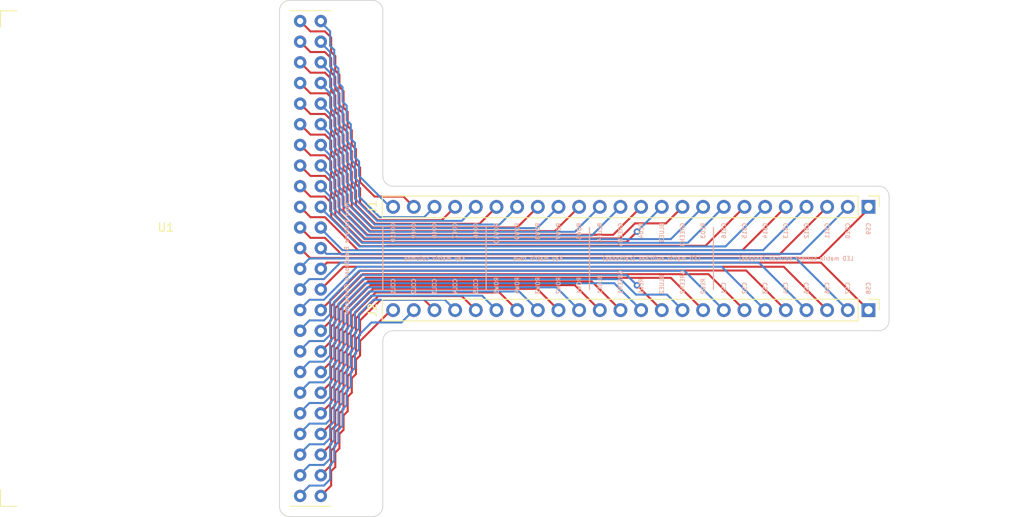
<source format=kicad_pcb>
(kicad_pcb (version 20211014) (generator pcbnew)
  (layers (0 "F.Cu" signal) (31 "B.Cu" signal) (34 "B.Paste" user) (35 "F.Paste" user) (36 "B.SilkS" user "B.Silkscreen") (37 "F.SilkS" user "F.Silkscreen") (38 "B.Mask" user) (39 "F.Mask" user) (44 "Edge.Cuts" user))
  (net 0 "")
  (net 1 "/KEY_COL6")
  (net 2 "/KEY_COL7")
  (net 3 "/KEY_COL8")
  (net 4 "/KEY_COL9")
  (net 5 "/KEY_COL10")
  (net 6 "/KEY_ROW10")
  (net 7 "/KEY_ROW9")
  (net 8 "/KEY_ROW8")
  (net 9 "/KEY_ROW7")
  (net 10 "/KEY_ROW6")
  (net 11 "/LED_SW_BLUE4")
  (net 12 "/LED_SW_GREEN4")
  (net 13 "/LED_SW_RED4")
  (net 14 "/LED_SW_BLUE3")
  (net 15 "/LED_SW_GREEN3")
  (net 16 "/LED_SW_RED3")
  (net 17 "/LED_CS16")
  (net 18 "/LED_CS15")
  (net 19 "/LED_CS14")
  (net 20 "/LED_CS13")
  (net 21 "/LED_CS12")
  (net 22 "/LED_CS11")
  (net 23 "/LED_CS10")
  (net 24 "/LED_CS9")
  (net 25 "/KEY_COL1")
  (net 26 "/KEY_COL2")
  (net 27 "/KEY_COL3")
  (net 28 "/KEY_COL4")
  (net 29 "/KEY_COL5")
  (net 30 "/KEY_ROW5")
  (net 31 "/KEY_ROW4")
  (net 32 "/KEY_ROW3")
  (net 33 "/KEY_ROW2")
  (net 34 "/KEY_ROW1")
  (net 35 "/LED_SW_BLUE1")
  (net 36 "/LED_SW_GREEN1")
  (net 37 "/LED_SW_RED1")
  (net 38 "/LED_SW_BLUE2")
  (net 39 "/LED_SW_GREEN2")
  (net 40 "/LED_SW_RED2")
  (net 41 "/LED_CS2")
  (net 42 "/LED_CS1")
  (net 43 "/LED_CS4")
  (net 44 "/LED_CS3")
  (net 45 "/LED_CS6")
  (net 46 "/LED_CS5")
  (net 47 "/LED_CS8")
  (net 48 "/LED_CS7")
  (footprint "Connector_PinHeader_2.54mm:PinHeader_1x24_P2.54mm_Vertical" (layer "F.Cu") (at 242.57 107.95 -90)
    (fp_text reference "J2")
    (fp_text value "Conn_01x24_Male")
  )
  (footprint "Nour_KB:Nour_Core" (layer "F.Cu") (at 156.21 99.06)
    (fp_text reference "U1")
    (fp_text value "Nour_Core")
  )
  (footprint "Connector_PinHeader_2.54mm:PinHeader_1x24_P2.54mm_Vertical" (layer "F.Cu") (at 242.57 95.25 -90)
    (fp_text reference "J1")
    (fp_text value "Conn_01x24_Male")
  )
  (gr_line (start 195.58 97.79) (end 195.58 105.41) (layer "B.SilkS") (width 0.15))
  (gr_line (start 208.28 97.79) (end 208.28 105.41) (layer "B.SilkS") (width 0.15))
  (gr_line (start 223.52 97.79) (end 223.52 105.41) (layer "B.SilkS") (width 0.15))
  (gr_line (start 182.88 97.79) (end 182.88 105.41) (layer "B.SilkS") (width 0.15))
  (gr_line (start 182.88 71.12) (end 182.88 91.44) (layer "Edge.Cuts") (width 0.1))
  (gr_arc (start 181.61 69.85) (mid 182.508026 70.221974) (end 182.88 71.12) (layer "Edge.Cuts") (width 0.1))
  (gr_line (start 184.15 92.71) (end 243.84 92.71) (layer "Edge.Cuts") (width 0.1))
  (gr_arc (start 243.84 92.71) (mid 244.738026 93.081974) (end 245.11 93.98) (layer "Edge.Cuts") (width 0.1))
  (gr_arc (start 170.18 71.12) (mid 170.551974 70.221974) (end 171.45 69.85) (layer "Edge.Cuts") (width 0.1))
  (gr_line (start 243.84 110.49) (end 184.15 110.49) (layer "Edge.Cuts") (width 0.1))
  (gr_line (start 182.88 111.76) (end 182.88 132.08) (layer "Edge.Cuts") (width 0.1))
  (gr_line (start 171.45 69.85) (end 181.61 69.85) (layer "Edge.Cuts") (width 0.1))
  (gr_arc (start 171.45 133.35) (mid 170.551974 132.978026) (end 170.18 132.08) (layer "Edge.Cuts") (width 0.1))
  (gr_arc (start 245.11 109.22) (mid 244.738026 110.118026) (end 243.84 110.49) (layer "Edge.Cuts") (width 0.1))
  (gr_line (start 170.18 132.08) (end 170.18 71.12) (layer "Edge.Cuts") (width 0.1))
  (gr_line (start 245.11 93.98) (end 245.11 109.22) (layer "Edge.Cuts") (width 0.1))
  (gr_arc (start 184.15 92.71) (mid 183.251974 92.338026) (end 182.88 91.44) (layer "Edge.Cuts") (width 0.1))
  (gr_arc (start 182.88 111.76) (mid 183.251974 110.861974) (end 184.15 110.49) (layer "Edge.Cuts") (width 0.1))
  (gr_arc (start 182.88 132.08) (mid 182.508026 132.978026) (end 181.61 133.35) (layer "Edge.Cuts") (width 0.1))
  (gr_line (start 181.61 133.35) (end 171.45 133.35) (layer "Edge.Cuts") (width 0.1))
  (gr_text "CS16" (at 224.79 97.155 90) (layer "B.SilkS") (effects (font (size 0.5 0.5) (thickness 0.1)) (justify left mirror)))
  (gr_text "ROW1" (at 207.01 106.045 90) (layer "B.SilkS") (effects (font (size 0.5 0.5) (thickness 0.1)) (justify right mirror)))
  (gr_text "RED3" (at 222.25 97.155 90) (layer "B.SilkS") (effects (font (size 0.5 0.5) (thickness 0.1)) (justify left mirror)))
  (gr_text "Nour Valkyrie Breadboard Connector" (at 178.435 101.6 90) (layer "B.SilkS") (effects (font (size 0.5 0.5) (thickness 0.1)) (justify mirror)))
  (gr_text "ROW3" (at 201.93 106.045 90) (layer "B.SilkS") (effects (font (size 0.5 0.5) (thickness 0.1)) (justify right mirror)))
  (gr_text "COL3" (at 189.23 106.045 90) (layer "B.SilkS") (effects (font (size 0.5 0.5) (thickness 0.1)) (justify right mirror)))
  (gr_text "CS12" (at 234.95 97.155 90) (layer "B.SilkS") (effects (font (size 0.5 0.5) (thickness 0.1)) (justify left mirror)))
  (gr_text "GREEN3" (at 219.71 97.155 90) (layer "B.SilkS") (effects (font (size 0.5 0.5) (thickness 0.1)) (justify left mirror)))
  (gr_text "COL9" (at 186.69 97.155 90) (layer "B.SilkS") (effects (font (size 0.5 0.5) (thickness 0.1)) (justify left mirror)))
  (gr_text "CS7" (at 240.03 106.045 90) (layer "B.SilkS") (effects (font (size 0.5 0.5) (thickness 0.1)) (justify right mirror)))
  (gr_text "RED4" (at 214.63 97.155 90) (layer "B.SilkS") (effects (font (size 0.5 0.5) (thickness 0.1)) (justify left mirror)))
  (gr_text "CS4" (at 232.41 106.045 90) (layer "B.SilkS") (effects (font (size 0.5 0.5) (thickness 0.1)) (justify right mirror)))
  (gr_text "BLUE4" (at 209.55 97.155 90) (layer "B.SilkS") (effects (font (size 0.5 0.5) (thickness 0.1)) (justify left mirror)))
  (gr_text "COL10" (at 184.15 97.155 90) (layer "B.SilkS") (effects (font (size 0.5 0.5) (thickness 0.1)) (justify left mirror)))
  (gr_text "CS15" (at 227.33 97.155 90) (layer "B.SilkS") (effects (font (size 0.5 0.5) (thickness 0.1)) (justify left mirror)))
  (gr_text "Key matrix rows" (at 201.93 101.6) (layer "B.SilkS") (effects (font (size 0.5 0.5) (thickness 0.1)) (justify mirror)))
  (gr_text "Key matrix columns" (at 189.23 101.6) (layer "B.SilkS") (effects (font (size 0.5 0.5) (thickness 0.1)) (justify mirror)))
  (gr_text "CS13" (at 232.41 97.155 90) (layer "B.SilkS") (effects (font (size 0.5 0.5) (thickness 0.1)) (justify left mirror)))
  (gr_text "ROW7" (at 204.47 97.155 90) (layer "B.SilkS") (effects (font (size 0.5 0.5) (thickness 0.1)) (justify left mirror)))
  (gr_text "LED matrix switches (cathodes)" (at 215.9 101.6) (layer "B.SilkS") (effects (font (size 0.5 0.5) (thickness 0.1)) (justify mirror)))
  (gr_text "COL7" (at 191.749336 97.148379 90) (layer "B.SilkS") (effects (font (size 0.5 0.5) (thickness 0.1)) (justify left mirror)))
  (gr_text "CS3" (at 229.87 106.045 90) (layer "B.SilkS") (effects (font (size 0.5 0.5) (thickness 0.1)) (justify right mirror)))
  (gr_text "ROW10" (at 196.85 97.155 90) (layer "B.SilkS") (effects (font (size 0.5 0.5) (thickness 0.1)) (justify left mirror)))
  (gr_text "COL6" (at 194.31 97.155 90) (layer "B.SilkS") (effects (font (size 0.5 0.5) (thickness 0.1)) (justify left mirror)))
  (gr_text "ROW9" (at 199.39 97.155 90) (layer "B.SilkS") (effects (font (size 0.5 0.5) (thickness 0.1)) (justify left mirror)))
  (gr_text "BLUE1" (at 209.55 106.045 90) (layer "B.SilkS") (effects (font (size 0.5 0.5) (thickness 0.1)) (justify right mirror)))
  (gr_text "ROW4" (at 199.39 106.045 90) (layer "B.SilkS") (effects (font (size 0.5 0.5) (thickness 0.1)) (justify right mirror)))
  (gr_text "BLUE3" (at 217.17 97.155 90) (layer "B.SilkS") (effects (font (size 0.5 0.5) (thickness 0.1)) (justify left mirror)))
  (gr_text "COL2" (at 186.69 106.045 90) (layer "B.SilkS") (effects (font (size 0.5 0.5) (thickness 0.1)) (justify right mirror)))
  (gr_text "BLUE2" (at 217.17 106.045 90) (layer "B.SilkS") (effects (font (size 0.5 0.5) (thickness 0.1)) (justify right mirror)))
  (gr_text "CS8" (at 242.57 106.045 90) (layer "B.SilkS") (effects (font (size 0.5 0.5) (thickness 0.1)) (justify right mirror)))
  (gr_text "COL1" (at 184.15 106.045 90) (layer "B.SilkS") (effects (font (size 0.5 0.5) (thickness 0.1)) (justify right mirror)))
  (gr_text "CS2" (at 227.33 106.045 90) (layer "B.SilkS") (effects (font (size 0.5 0.5) (thickness 0.1)) (justify right mirror)))
  (gr_text "RED2" (at 222.25 106.045 90) (layer "B.SilkS") (effects (font (size 0.5 0.5) (thickness 0.1)) (justify right mirror)))
  (gr_text "CS5" (at 234.95 106.045 90) (layer "B.SilkS") (effects (font (size 0.5 0.5) (thickness 0.1)) (justify right mirror)))
  (gr_text "CS6" (at 237.49 106.045 90) (layer "B.SilkS") (effects (font (size 0.5 0.5) (thickness 0.1)) (justify right mirror)))
  (gr_text "RED1" (at 214.63 106.045 90) (layer "B.SilkS") (effects (font (size 0.5 0.5) (thickness 0.1)) (justify right mirror)))
  (gr_text "COL5" (at 194.31 106.045 90) (layer "B.SilkS") (effects (font (size 0.5 0.5) (thickness 0.1)) (justify right mirror)))
  (gr_text "ROW6" (at 207.01 97.155 90) (layer "B.SilkS") (effects (font (size 0.5 0.5) (thickness 0.1)) (justify left mirror)))
  (gr_text "CS9" (at 242.57 97.155 90) (layer "B.SilkS") (effects (font (size 0.5 0.5) (thickness 0.1)) (justify left mirror)))
  (gr_text "CS1" (at 224.79 106.045 90) (layer "B.SilkS") (effects (font (size 0.5 0.5) (thickness 0.1)) (justify right mirror)))
  (gr_text "ROW2" (at 204.47 106.045 90) (layer "B.SilkS") (effects (font (size 0.5 0.5) (thickness 0.1)) (justify right mirror)))
  (gr_text "COL4" (at 191.77 106.045 90) (layer "B.SilkS") (effects (font (size 0.5 0.5) (thickness 0.1)) (justify right mirror)))
  (gr_text "GREEN1" (at 212.09 106.045 90) (layer "B.SilkS") (effects (font (size 0.5 0.5) (thickness 0.1)) (justify right mirror)))
  (gr_text "GREEN2" (at 219.71 106.045 90) (layer "B.SilkS") (effects (font (size 0.5 0.5) (thickness 0.1)) (justify right mirror)))
  (gr_text "LED matrix current sources (anodes)" (at 233.68 101.6) (layer "B.SilkS") (effects (font (size 0.5 0.5) (thickness 0.1)) (justify mirror)))
  (gr_text "ROW5" (at 196.85 106.045 90) (layer "B.SilkS") (effects (font (size 0.5 0.5) (thickness 0.1)) (justify right mirror)))
  (gr_text "CS14" (at 229.87 97.155 90) (layer "B.SilkS") (effects (font (size 0.5 0.5) (thickness 0.1)) (justify left mirror)))
  (gr_text "ROW8" (at 201.93 97.155 90) (layer "B.SilkS") (effects (font (size 0.5 0.5) (thickness 0.1)) (justify left mirror)))
  (gr_text "CS10" (at 240.03 97.155 90) (layer "B.SilkS") (effects (font (size 0.5 0.5) (thickness 0.1)) (justify left mirror)))
  (gr_text "CS11" (at 237.49 97.155 90) (layer "B.SilkS") (effects (font (size 0.5 0.5) (thickness 0.1)) (justify left mirror)))
  (gr_text "GREEN4" (at 212.09 97.155 90) (layer "B.SilkS") (effects (font (size 0.5 0.5) (thickness 0.1)) (justify left mirror)))
  (gr_text "COL8" (at 189.23 97.155 90) (layer "B.SilkS") (effects (font (size 0.5 0.5) (thickness 0.1)) (justify left mirror)))
  (segment (start 179.451 94.234) (end 182.187 96.97) (width 0.25) (layer "B.Cu") (net 1))
  (segment (start 176.911 82.804) (end 177.419 83.312) (width 0.25) (layer "B.Cu") (net 1))
  (segment (start 178.943 90.17) (end 178.943 91.948) (width 0.25) (layer "B.Cu") (net 1))
  (segment (start 178.943 91.948) (end 179.451 92.456) (width 0.25) (layer "B.Cu") (net 1))
  (segment (start 177.419 85.09) (end 177.927 85.598) (width 0.25) (layer "B.Cu") (net 1))
  (segment (start 177.927 85.598) (end 177.927 87.376) (width 0.25) (layer "B.Cu") (net 1))
  (segment (start 177.419 83.312) (end 177.419 85.09) (width 0.25) (layer "B.Cu") (net 1))
  (segment (start 176.911 81.026) (end 176.911 82.804) (width 0.25) (layer "B.Cu") (net 1))
  (segment (start 177.927 87.376) (end 178.435 87.884) (width 0.25) (layer "B.Cu") (net 1))
  (segment (start 192.59 96.97) (end 194.31 95.25) (width 0.25) (layer "B.Cu") (net 1))
  (segment (start 179.451 92.456) (end 179.451 94.234) (width 0.25) (layer "B.Cu") (net 1))
  (segment (start 178.435 89.662) (end 178.943 90.17) (width 0.25) (layer "B.Cu") (net 1))
  (segment (start 176.403 80.518) (end 176.911 81.026) (width 0.25) (layer "B.Cu") (net 1))
  (segment (start 175.133 77.47) (end 176.403 78.74) (width 0.25) (layer "B.Cu") (net 1))
  (segment (start 176.403 78.74) (end 176.403 80.518) (width 0.25) (layer "B.Cu") (net 1))
  (segment (start 182.187 96.97) (end 192.59 96.97) (width 0.25) (layer "B.Cu") (net 1))
  (segment (start 178.435 87.884) (end 178.435 89.662) (width 0.25) (layer "B.Cu") (net 1))
  (segment (start 178.562 86.106) (end 178.562 87.884) (width 0.25) (layer "F.Cu") (net 2))
  (segment (start 178.054 85.598) (end 178.562 86.106) (width 0.25) (layer "F.Cu") (net 2))
  (segment (start 177.546 81.28) (end 177.546 83.312) (width 0.25) (layer "F.Cu") (net 2))
  (segment (start 178.562 87.884) (end 179.07 88.392) (width 0.25) (layer "F.Cu") (net 2))
  (segment (start 179.07 88.392) (end 179.07 90.17) (width 0.25) (layer "F.Cu") (net 2))
  (segment (start 176.53 76.962) (end 176.53 78.74) (width 0.25) (layer "F.Cu") (net 2))
  (segment (start 177.038 80.772) (end 177.546 81.28) (width 0.25) (layer "F.Cu") (net 2))
  (segment (start 179.578 90.678) (end 179.578 92.456) (width 0.25) (layer "F.Cu") (net 2))
  (segment (start 173.99 76.2) (end 175.768 76.2) (width 0.25) (layer "F.Cu") (net 2))
  (segment (start 180.086 92.964) (end 180.086 94.742) (width 0.25) (layer "F.Cu") (net 2))
  (segment (start 182.230443 96.886443) (end 190.133557 96.886443) (width 0.25) (layer "F.Cu") (net 2))
  (segment (start 177.038 79.248) (end 177.038 80.772) (width 0.25) (layer "F.Cu") (net 2))
  (segment (start 178.054 83.82) (end 178.054 85.598) (width 0.25) (layer "F.Cu") (net 2))
  (segment (start 179.578 92.456) (end 180.086 92.964) (width 0.25) (layer "F.Cu") (net 2))
  (segment (start 190.133557 96.886443) (end 191.77 95.25) (width 0.25) (layer "F.Cu") (net 2))
  (segment (start 175.768 76.2) (end 176.53 76.962) (width 0.25) (layer "F.Cu") (net 2))
  (segment (start 177.546 83.312) (end 178.054 83.82) (width 0.25) (layer "F.Cu") (net 2))
  (segment (start 180.086 94.742) (end 182.230443 96.886443) (width 0.25) (layer "F.Cu") (net 2))
  (segment (start 172.72 74.93) (end 173.99 76.2) (width 0.25) (layer "F.Cu") (net 2))
  (segment (start 176.53 78.74) (end 177.038 79.248) (width 0.25) (layer "F.Cu") (net 2))
  (segment (start 179.07 90.17) (end 179.578 90.678) (width 0.25) (layer "F.Cu") (net 2))
  (segment (start 176.403 76.2) (end 176.403 77.978) (width 0.25) (layer "B.Cu") (net 3))
  (segment (start 176.911 80.264) (end 177.419 80.772) (width 0.25) (layer "B.Cu") (net 3))
  (segment (start 178.943 89.408) (end 179.451 89.916) (width 0.25) (layer "B.Cu") (net 3))
  (segment (start 182.499 96.52) (end 187.96 96.52) (width 0.25) (layer "B.Cu") (net 3))
  (segment (start 179.959 92.202) (end 179.959 93.98) (width 0.25) (layer "B.Cu") (net 3))
  (segment (start 187.96 96.52) (end 189.23 95.25) (width 0.25) (layer "B.Cu") (net 3))
  (segment (start 178.435 85.344) (end 178.435 87.122) (width 0.25) (layer "B.Cu") (net 3))
  (segment (start 178.435 87.122) (end 178.943 87.63) (width 0.25) (layer "B.Cu") (net 3))
  (segment (start 176.911 78.486) (end 176.911 80.264) (width 0.25) (layer "B.Cu") (net 3))
  (segment (start 179.959 93.98) (end 182.499 96.52) (width 0.25) (layer "B.Cu") (net 3))
  (segment (start 176.403 77.978) (end 176.911 78.486) (width 0.25) (layer "B.Cu") (net 3))
  (segment (start 177.927 83.058) (end 177.927 84.836) (width 0.25) (layer "B.Cu") (net 3))
  (segment (start 177.419 80.772) (end 177.419 82.55) (width 0.25) (layer "B.Cu") (net 3))
  (segment (start 177.927 84.836) (end 178.435 85.344) (width 0.25) (layer "B.Cu") (net 3))
  (segment (start 177.419 82.55) (end 177.927 83.058) (width 0.25) (layer "B.Cu") (net 3))
  (segment (start 175.133 74.93) (end 176.403 76.2) (width 0.25) (layer "B.Cu") (net 3))
  (segment (start 179.451 91.694) (end 179.959 92.202) (width 0.25) (layer "B.Cu") (net 3))
  (segment (start 178.943 87.63) (end 178.943 89.408) (width 0.25) (layer "B.Cu") (net 3))
  (segment (start 179.451 89.916) (end 179.451 91.694) (width 0.25) (layer "B.Cu") (net 3))
  (segment (start 180.086 90.424) (end 179.578 89.916) (width 0.25) (layer "F.Cu") (net 4))
  (segment (start 177.546 78.994) (end 177.038 78.486) (width 0.25) (layer "F.Cu") (net 4))
  (segment (start 176.53 76.2) (end 176.53 74.422) (width 0.25) (layer "F.Cu") (net 4))
  (segment (start 176.53 74.422) (end 175.768 73.66) (width 0.25) (layer "F.Cu") (net 4))
  (segment (start 177.546 80.518) (end 177.546 78.994) (width 0.25) (layer "F.Cu") (net 4))
  (segment (start 173.99 73.66) (end 172.72 72.39) (width 0.25) (layer "F.Cu") (net 4))
  (segment (start 175.768 73.66) (end 173.99 73.66) (width 0.25) (layer "F.Cu") (net 4))
  (segment (start 185.42 93.98) (end 181.864 93.98) (width 0.25) (layer "F.Cu") (net 4))
  (segment (start 179.578 89.916) (end 179.578 88.138) (width 0.25) (layer "F.Cu") (net 4))
  (segment (start 178.562 85.344) (end 178.562 83.566) (width 0.25) (layer "F.Cu") (net 4))
  (segment (start 179.07 85.852) (end 178.562 85.344) (width 0.25) (layer "F.Cu") (net 4))
  (segment (start 179.578 88.138) (end 179.07 87.63) (width 0.25) (layer "F.Cu") (net 4))
  (segment (start 178.054 83.058) (end 178.054 81.026) (width 0.25) (layer "F.Cu") (net 4))
  (segment (start 178.562 83.566) (end 178.054 83.058) (width 0.25) (layer "F.Cu") (net 4))
  (segment (start 177.038 78.486) (end 177.038 76.708) (width 0.25) (layer "F.Cu") (net 4))
  (segment (start 177.038 76.708) (end 176.53 76.2) (width 0.25) (layer "F.Cu") (net 4))
  (segment (start 186.69 95.25) (end 185.42 93.98) (width 0.25) (layer "F.Cu") (net 4))
  (segment (start 179.07 87.63) (end 179.07 85.852) (width 0.25) (layer "F.Cu") (net 4))
  (segment (start 180.086 92.202) (end 180.086 90.424) (width 0.25) (layer "F.Cu") (net 4))
  (segment (start 178.054 81.026) (end 177.546 80.518) (width 0.25) (layer "F.Cu") (net 4))
  (segment (start 181.864 93.98) (end 180.086 92.202) (width 0.25) (layer "F.Cu") (net 4))
  (segment (start 177.419 78.232) (end 177.419 80.01) (width 0.25) (layer "B.Cu") (net 5))
  (segment (start 179.451 89.154) (end 179.959 89.662) (width 0.25) (layer "B.Cu") (net 5))
  (segment (start 178.943 86.868) (end 179.451 87.376) (width 0.25) (layer "B.Cu") (net 5))
  (segment (start 177.927 82.296) (end 178.435 82.804) (width 0.25) (layer "B.Cu") (net 5))
  (segment (start 183.769 95.25) (end 184.15 95.25) (width 0.25) (layer "B.Cu") (net 5))
  (segment (start 178.943 85.09) (end 178.943 86.868) (width 0.25) (layer "B.Cu") (net 5))
  (segment (start 179.451 87.376) (end 179.451 89.154) (width 0.25) (layer "B.Cu") (net 5))
  (segment (start 179.959 91.44) (end 183.769 95.25) (width 0.25) (layer "B.Cu") (net 5))
  (segment (start 176.403 75.438) (end 176.911 75.946) (width 0.25) (layer "B.Cu") (net 5))
  (segment (start 178.435 82.804) (end 178.435 84.582) (width 0.25) (layer "B.Cu") (net 5))
  (segment (start 178.435 84.582) (end 178.943 85.09) (width 0.25) (layer "B.Cu") (net 5))
  (segment (start 176.911 77.724) (end 177.419 78.232) (width 0.25) (layer "B.Cu") (net 5))
  (segment (start 177.927 80.518) (end 177.927 82.296) (width 0.25) (layer "B.Cu") (net 5))
  (segment (start 175.133 72.39) (end 176.403 73.66) (width 0.25) (layer "B.Cu") (net 5))
  (segment (start 176.403 73.66) (end 176.403 75.438) (width 0.25) (layer "B.Cu") (net 5))
  (segment (start 176.911 75.946) (end 176.911 77.724) (width 0.25) (layer "B.Cu") (net 5))
  (segment (start 177.419 80.01) (end 177.927 80.518) (width 0.25) (layer "B.Cu") (net 5))
  (segment (start 179.959 89.662) (end 179.959 91.44) (width 0.25) (layer "B.Cu") (net 5))
  (segment (start 175.768 78.74) (end 176.53 79.502) (width 0.25) (layer "F.Cu") (net 6))
  (segment (start 177.038 81.534) (end 177.038 83.566) (width 0.25) (layer "F.Cu") (net 6))
  (segment (start 177.546 85.852) (end 178.054 86.36) (width 0.25) (layer "F.Cu") (net 6))
  (segment (start 177.038 83.566) (end 177.546 84.074) (width 0.25) (layer "F.Cu") (net 6))
  (segment (start 178.562 90.424) (end 179.07 90.932) (width 0.25) (layer "F.Cu") (net 6))
  (segment (start 177.546 84.074) (end 177.546 85.852) (width 0.25) (layer "F.Cu") (net 6))
  (segment (start 178.054 86.36) (end 178.054 88.138) (width 0.25) (layer "F.Cu") (net 6))
  (segment (start 176.53 81.026) (end 177.038 81.534) (width 0.25) (layer "F.Cu") (net 6))
  (segment (start 181.918443 97.336443) (end 194.763557 97.336443) (width 0.25) (layer "F.Cu") (net 6))
  (segment (start 194.763557 97.336443) (end 196.85 95.25) (width 0.25) (layer "F.Cu") (net 6))
  (segment (start 179.578 93.218) (end 179.578 94.996) (width 0.25) (layer "F.Cu") (net 6))
  (segment (start 179.578 94.996) (end 181.918443 97.336443) (width 0.25) (layer "F.Cu") (net 6))
  (segment (start 178.562 88.646) (end 178.562 90.424) (width 0.25) (layer "F.Cu") (net 6))
  (segment (start 176.53 79.502) (end 176.53 81.026) (width 0.25) (layer "F.Cu") (net 6))
  (segment (start 178.054 88.138) (end 178.562 88.646) (width 0.25) (layer "F.Cu") (net 6))
  (segment (start 173.99 78.74) (end 175.768 78.74) (width 0.25) (layer "F.Cu") (net 6))
  (segment (start 172.72 77.47) (end 173.99 78.74) (width 0.25) (layer "F.Cu") (net 6))
  (segment (start 179.07 90.932) (end 179.07 92.71) (width 0.25) (layer "F.Cu") (net 6))
  (segment (start 179.07 92.71) (end 179.578 93.218) (width 0.25) (layer "F.Cu") (net 6))
  (segment (start 176.403 81.28) (end 176.403 83.058) (width 0.25) (layer "B.Cu") (net 7))
  (segment (start 177.419 85.852) (end 177.419 87.63) (width 0.25) (layer "B.Cu") (net 7))
  (segment (start 175.133 80.01) (end 176.403 81.28) (width 0.25) (layer "B.Cu") (net 7))
  (segment (start 177.927 88.138) (end 177.927 89.916) (width 0.25) (layer "B.Cu") (net 7))
  (segment (start 178.943 92.71) (end 178.943 94.488) (width 0.25) (layer "B.Cu") (net 7))
  (segment (start 178.435 90.424) (end 178.435 92.202) (width 0.25) (layer "B.Cu") (net 7))
  (segment (start 177.927 89.916) (end 178.435 90.424) (width 0.25) (layer "B.Cu") (net 7))
  (segment (start 176.911 83.566) (end 176.911 85.344) (width 0.25) (layer "B.Cu") (net 7))
  (segment (start 197.22 97.42) (end 199.39 95.25) (width 0.25) (layer "B.Cu") (net 7))
  (segment (start 178.435 92.202) (end 178.943 92.71) (width 0.25) (layer "B.Cu") (net 7))
  (segment (start 178.943 94.488) (end 181.875 97.42) (width 0.25) (layer "B.Cu") (net 7))
  (segment (start 181.875 97.42) (end 197.22 97.42) (width 0.25) (layer "B.Cu") (net 7))
  (segment (start 177.419 87.63) (end 177.927 88.138) (width 0.25) (layer "B.Cu") (net 7))
  (segment (start 176.403 83.058) (end 176.911 83.566) (width 0.25) (layer "B.Cu") (net 7))
  (segment (start 176.911 85.344) (end 177.419 85.852) (width 0.25) (layer "B.Cu") (net 7))
  (segment (start 176.53 81.788) (end 176.53 83.82) (width 0.25) (layer "F.Cu") (net 8))
  (segment (start 179.07 93.472) (end 179.07 95.25) (width 0.25) (layer "F.Cu") (net 8))
  (segment (start 178.562 92.964) (end 179.07 93.472) (width 0.25) (layer "F.Cu") (net 8))
  (segment (start 172.72 80.01) (end 173.99 81.28) (width 0.25) (layer "F.Cu") (net 8))
  (segment (start 177.546 86.614) (end 177.546 88.392) (width 0.25) (layer "F.Cu") (net 8))
  (segment (start 176.022 81.28) (end 176.53 81.788) (width 0.25) (layer "F.Cu") (net 8))
  (segment (start 178.562 91.186) (end 178.562 92.964) (width 0.25) (layer "F.Cu") (net 8))
  (segment (start 178.054 88.9) (end 178.054 90.678) (width 0.25) (layer "F.Cu") (net 8))
  (segment (start 181.606443 97.786443) (end 199.393557 97.786443) (width 0.25) (layer "F.Cu") (net 8))
  (segment (start 177.546 88.392) (end 178.054 88.9) (width 0.25) (layer "F.Cu") (net 8))
  (segment (start 179.07 95.25) (end 181.606443 97.786443) (width 0.25) (layer "F.Cu") (net 8))
  (segment (start 173.99 81.28) (end 176.022 81.28) (width 0.25) (layer "F.Cu") (net 8))
  (segment (start 176.53 83.82) (end 177.038 84.328) (width 0.25) (layer "F.Cu") (net 8))
  (segment (start 177.038 84.328) (end 177.038 86.106) (width 0.25) (layer "F.Cu") (net 8))
  (segment (start 177.038 86.106) (end 177.546 86.614) (width 0.25) (layer "F.Cu") (net 8))
  (segment (start 199.393557 97.786443) (end 201.93 95.25) (width 0.25) (layer "F.Cu") (net 8))
  (segment (start 178.054 90.678) (end 178.562 91.186) (width 0.25) (layer "F.Cu") (net 8))
  (segment (start 178.435 94.742) (end 181.563 97.87) (width 0.25) (layer "B.Cu") (net 9))
  (segment (start 177.927 92.456) (end 178.435 92.964) (width 0.25) (layer "B.Cu") (net 9))
  (segment (start 176.911 87.884) (end 177.419 88.392) (width 0.25) (layer "B.Cu") (net 9))
  (segment (start 181.563 97.87) (end 201.85 97.87) (width 0.25) (layer "B.Cu") (net 9))
  (segment (start 177.419 88.392) (end 177.419 90.17) (width 0.25) (layer "B.Cu") (net 9))
  (segment (start 176.403 85.598) (end 176.911 86.106) (width 0.25) (layer "B.Cu") (net 9))
  (segment (start 175.133 82.55) (end 176.403 83.82) (width 0.25) (layer "B.Cu") (net 9))
  (segment (start 201.85 97.87) (end 204.47 95.25) (width 0.25) (layer "B.Cu") (net 9))
  (segment (start 176.911 86.106) (end 176.911 87.884) (width 0.25) (layer "B.Cu") (net 9))
  (segment (start 176.403 83.82) (end 176.403 85.598) (width 0.25) (layer "B.Cu") (net 9))
  (segment (start 177.419 90.17) (end 177.927 90.678) (width 0.25) (layer "B.Cu") (net 9))
  (segment (start 177.927 90.678) (end 177.927 92.456) (width 0.25) (layer "B.Cu") (net 9))
  (segment (start 178.435 92.964) (end 178.435 94.742) (width 0.25) (layer "B.Cu") (net 9))
  (segment (start 177.038 86.868) (end 177.038 88.646) (width 0.25) (layer "F.Cu") (net 10))
  (segment (start 178.054 93.218) (end 178.562 93.726) (width 0.25) (layer "F.Cu") (net 10))
  (segment (start 175.768 83.82) (end 176.53 84.582) (width 0.25) (layer "F.Cu") (net 10))
  (segment (start 173.99 83.82) (end 175.768 83.82) (width 0.25) (layer "F.Cu") (net 10))
  (segment (start 172.72 82.55) (end 173.99 83.82) (width 0.25) (layer "F.Cu") (net 10))
  (segment (start 177.038 88.646) (end 177.546 89.154) (width 0.25) (layer "F.Cu") (net 10))
  (segment (start 177.546 89.154) (end 177.546 90.932) (width 0.25) (layer "F.Cu") (net 10))
  (segment (start 177.546 90.932) (end 178.054 91.44) (width 0.25) (layer "F.Cu") (net 10))
  (segment (start 178.054 91.44) (end 178.054 93.218) (width 0.25) (layer "F.Cu") (net 10))
  (segment (start 181.294443 98.236443) (end 204.023557 98.236443) (width 0.25) (layer "F.Cu") (net 10))
  (segment (start 178.562 93.726) (end 178.562 95.504) (width 0.25) (layer "F.Cu") (net 10))
  (segment (start 176.53 84.582) (end 176.53 86.36) (width 0.25) (layer "F.Cu") (net 10))
  (segment (start 178.562 95.504) (end 181.294443 98.236443) (width 0.25) (layer "F.Cu") (net 10))
  (segment (start 204.023557 98.236443) (end 207.01 95.25) (width 0.25) (layer "F.Cu") (net 10))
  (segment (start 176.53 86.36) (end 177.038 86.868) (width 0.25) (layer "F.Cu") (net 10))
  (segment (start 176.403 86.36) (end 176.403 88.138) (width 0.25) (layer "B.Cu") (net 11))
  (segment (start 206.48 98.32) (end 209.55 95.25) (width 0.25) (layer "B.Cu") (net 11))
  (segment (start 177.927 93.218) (end 177.927 94.996) (width 0.25) (layer "B.Cu") (net 11))
  (segment (start 177.419 92.71) (end 177.927 93.218) (width 0.25) (layer "B.Cu") (net 11))
  (segment (start 176.403 88.138) (end 176.911 88.646) (width 0.25) (layer "B.Cu") (net 11))
  (segment (start 176.911 90.424) (end 177.419 90.932) (width 0.25) (layer "B.Cu") (net 11))
  (segment (start 177.419 90.932) (end 177.419 92.71) (width 0.25) (layer "B.Cu") (net 11))
  (segment (start 181.251 98.32) (end 206.48 98.32) (width 0.25) (layer "B.Cu") (net 11))
  (segment (start 177.927 94.996) (end 181.251 98.32) (width 0.25) (layer "B.Cu") (net 11))
  (segment (start 175.133 85.09) (end 176.403 86.36) (width 0.25) (layer "B.Cu") (net 11))
  (segment (start 176.911 88.646) (end 176.911 90.424) (width 0.25) (layer "B.Cu") (net 11))
  (segment (start 176.911 91.186) (end 176.911 92.964) (width 0.25) (layer "B.Cu") (net 12))
  (segment (start 175.133 87.63) (end 176.403 88.9) (width 0.25) (layer "B.Cu") (net 12))
  (segment (start 177.419 95.25) (end 180.939 98.77) (width 0.25) (layer "B.Cu") (net 12))
  (segment (start 176.403 88.9) (end 176.403 90.678) (width 0.25) (layer "B.Cu") (net 12))
  (segment (start 180.939 98.77) (end 208.57 98.77) (width 0.25) (layer "B.Cu") (net 12))
  (segment (start 177.419 93.472) (end 177.419 95.25) (width 0.25) (layer "B.Cu") (net 12))
  (segment (start 176.911 92.964) (end 177.419 93.472) (width 0.25) (layer "B.Cu") (net 12))
  (segment (start 176.403 90.678) (end 176.911 91.186) (width 0.25) (layer "B.Cu") (net 12))
  (segment (start 208.57 98.77) (end 212.09 95.25) (width 0.25) (layer "B.Cu") (net 12))
  (segment (start 172.72 85.09) (end 173.99 86.36) (width 0.25) (layer "F.Cu") (net 13))
  (segment (start 178.054 93.98) (end 178.054 95.758) (width 0.25) (layer "F.Cu") (net 13))
  (segment (start 176.53 88.9) (end 177.038 89.408) (width 0.25) (layer "F.Cu") (net 13))
  (segment (start 178.054 95.758) (end 180.982443 98.686443) (width 0.25) (layer "F.Cu") (net 13))
  (segment (start 176.53 87.122) (end 176.53 88.9) (width 0.25) (layer "F.Cu") (net 13))
  (segment (start 177.038 89.408) (end 177.038 91.186) (width 0.25) (layer "F.Cu") (net 13))
  (segment (start 173.99 86.36) (end 175.768 86.36) (width 0.25) (layer "F.Cu") (net 13))
  (segment (start 175.768 86.36) (end 176.53 87.122) (width 0.25) (layer "F.Cu") (net 13))
  (segment (start 180.982443 98.686443) (end 211.193557 98.686443) (width 0.25) (layer "F.Cu") (net 13))
  (segment (start 177.546 91.694) (end 177.546 93.472) (width 0.25) (layer "F.Cu") (net 13))
  (segment (start 177.038 91.186) (end 177.546 91.694) (width 0.25) (layer "F.Cu") (net 13))
  (segment (start 211.193557 98.686443) (end 214.63 95.25) (width 0.25) (layer "F.Cu") (net 13))
  (segment (start 177.546 93.472) (end 178.054 93.98) (width 0.25) (layer "F.Cu") (net 13))
  (segment (start 212.833557 99.586443) (end 212.362443 99.586443) (width 0.25) (layer "F.Cu") (net 14))
  (segment (start 176.53 92.202) (end 175.768 91.44) (width 0.25) (layer "F.Cu") (net 14))
  (segment (start 180.358443 99.586443) (end 177.038 96.266) (width 0.25) (layer "F.Cu") (net 14))
  (segment (start 212.362443 99.586443) (end 180.358443 99.586443) (width 0.25) (layer "F.Cu") (net 14))
  (segment (start 173.99 91.44) (end 172.72 90.17) (width 0.25) (layer "F.Cu") (net 14))
  (segment (start 176.53 93.98) (end 176.53 92.202) (width 0.25) (layer "F.Cu") (net 14))
  (segment (start 214.122 98.298) (end 212.833557 99.586443) (width 0.25) (layer "F.Cu") (net 14))
  (segment (start 175.768 91.44) (end 173.99 91.44) (width 0.25) (layer "F.Cu") (net 14))
  (segment (start 177.038 94.488) (end 176.53 93.98) (width 0.25) (layer "F.Cu") (net 14))
  (segment (start 177.038 96.266) (end 177.038 94.488) (width 0.25) (layer "F.Cu") (net 14))
  (via (at 214.122 98.298) (size 0.8) (drill 0.4) (layers "F.Cu" "B.Cu") (net 14))
  (segment (start 217.17 95.25) (end 214.122 98.298) (width 0.25) (layer "B.Cu") (net 14))
  (segment (start 177.038 91.948) (end 177.038 93.726) (width 0.25) (layer "F.Cu") (net 15))
  (segment (start 177.546 94.234) (end 177.546 96.012) (width 0.25) (layer "F.Cu") (net 15))
  (segment (start 176.53 89.662) (end 176.53 91.44) (width 0.25) (layer "F.Cu") (net 15))
  (segment (start 177.038 93.726) (end 177.546 94.234) (width 0.25) (layer "F.Cu") (net 15))
  (segment (start 176.53 91.44) (end 177.038 91.948) (width 0.25) (layer "F.Cu") (net 15))
  (segment (start 180.670443 99.136443) (end 212.013557 99.136443) (width 0.25) (layer "F.Cu") (net 15))
  (segment (start 177.546 96.012) (end 180.670443 99.136443) (width 0.25) (layer "F.Cu") (net 15))
  (segment (start 213.868 97.282) (end 217.678 97.282) (width 0.25) (layer "F.Cu") (net 15))
  (segment (start 175.768 88.9) (end 176.53 89.662) (width 0.25) (layer "F.Cu") (net 15))
  (segment (start 172.72 87.63) (end 173.99 88.9) (width 0.25) (layer "F.Cu") (net 15))
  (segment (start 212.013557 99.136443) (end 213.868 97.282) (width 0.25) (layer "F.Cu") (net 15))
  (segment (start 173.99 88.9) (end 175.768 88.9) (width 0.25) (layer "F.Cu") (net 15))
  (segment (start 217.678 97.282) (end 219.71 95.25) (width 0.25) (layer "F.Cu") (net 15))
  (segment (start 176.403 93.218) (end 176.911 93.726) (width 0.25) (layer "B.Cu") (net 16))
  (segment (start 180.627 99.22) (end 218.28 99.22) (width 0.25) (layer "B.Cu") (net 16))
  (segment (start 218.28 99.22) (end 222.25 95.25) (width 0.25) (layer "B.Cu") (net 16))
  (segment (start 176.403 91.44) (end 176.403 93.218) (width 0.25) (layer "B.Cu") (net 16))
  (segment (start 176.911 95.504) (end 180.627 99.22) (width 0.25) (layer "B.Cu") (net 16))
  (segment (start 175.133 90.17) (end 176.403 91.44) (width 0.25) (layer "B.Cu") (net 16))
  (segment (start 176.911 93.726) (end 176.911 95.504) (width 0.25) (layer "B.Cu") (net 16))
  (segment (start 176.403 95.758) (end 180.315 99.67) (width 0.25) (layer "B.Cu") (net 17))
  (segment (start 180.315 99.67) (end 220.37 99.67) (width 0.25) (layer "B.Cu") (net 17))
  (segment (start 175.133 92.71) (end 176.403 93.98) (width 0.25) (layer "B.Cu") (net 17))
  (segment (start 176.403 93.98) (end 176.403 95.758) (width 0.25) (layer "B.Cu") (net 17))
  (segment (start 220.37 99.67) (end 224.79 95.25) (width 0.25) (layer "B.Cu") (net 17))
  (segment (start 183.427557 100.036443) (end 222.543557 100.036443) (width 0.25) (layer "F.Cu") (net 18))
  (segment (start 180.086 100.076) (end 183.388 100.076) (width 0.25) (layer "F.Cu") (net 18))
  (segment (start 172.72 92.71) (end 173.99 93.98) (width 0.25) (layer "F.Cu") (net 18))
  (segment (start 176.53 94.742) (end 176.53 96.52) (width 0.25) (layer "F.Cu") (net 18))
  (segment (start 173.99 93.98) (end 175.768 93.98) (width 0.25) (layer "F.Cu") (net 18))
  (segment (start 183.388 100.076) (end 183.427557 100.036443) (width 0.25) (layer "F.Cu") (net 18))
  (segment (start 175.768 93.98) (end 176.53 94.742) (width 0.25) (layer "F.Cu") (net 18))
  (segment (start 176.53 96.52) (end 180.086 100.076) (width 0.25) (layer "F.Cu") (net 18))
  (segment (start 222.543557 100.036443) (end 227.33 95.25) (width 0.25) (layer "F.Cu") (net 18))
  (segment (start 225 100.12) (end 229.87 95.25) (width 0.25) (layer "B.Cu") (net 19))
  (segment (start 180.003 100.12) (end 225 100.12) (width 0.25) (layer "B.Cu") (net 19))
  (segment (start 175.133 95.25) (end 180.003 100.12) (width 0.25) (layer "B.Cu") (net 19))
  (segment (start 173.99 96.52) (end 175.768 96.52) (width 0.25) (layer "F.Cu") (net 20))
  (segment (start 175.768 96.52) (end 179.832 100.584) (width 0.25) (layer "F.Cu") (net 20))
  (segment (start 179.832 100.584) (end 227.076 100.584) (width 0.25) (layer "F.Cu") (net 20))
  (segment (start 172.72 95.25) (end 173.99 96.52) (width 0.25) (layer "F.Cu") (net 20))
  (segment (start 227.076 100.584) (end 232.41 95.25) (width 0.25) (layer "F.Cu") (net 20))
  (segment (start 175.133 97.79) (end 177.927 100.584) (width 0.25) (layer "B.Cu") (net 21))
  (segment (start 229.616 100.584) (end 234.95 95.25) (width 0.25) (layer "B.Cu") (net 21))
  (segment (start 177.927 100.584) (end 229.616 100.584) (width 0.25) (layer "B.Cu") (net 21))
  (segment (start 177.8 101.092) (end 231.648 101.092) (width 0.25) (layer "F.Cu") (net 22))
  (segment (start 173.99 99.06) (end 175.768 99.06) (width 0.25) (layer "F.Cu") (net 22))
  (segment (start 175.768 99.06) (end 177.8 101.092) (width 0.25) (layer "F.Cu") (net 22))
  (segment (start 172.72 97.79) (end 173.99 99.06) (width 0.25) (layer "F.Cu") (net 22))
  (segment (start 231.648 101.092) (end 237.49 95.25) (width 0.25) (layer "F.Cu") (net 22))
  (segment (start 234.246 101.034) (end 240.03 95.25) (width 0.25) (layer "B.Cu") (net 23))
  (segment (start 175.953 101.034) (end 234.246 101.034) (width 0.25) (layer "B.Cu") (net 23))
  (segment (start 175.953 101.023) (end 175.26 100.33) (width 0.25) (layer "B.Cu") (net 23))
  (segment (start 175.953 101.034) (end 175.953 101.023) (width 0.25) (layer "B.Cu") (net 23))
  (segment (start 173.932 101.542) (end 172.72 100.33) (width 0.25) (layer "F.Cu") (net 24))
  (segment (start 242.57 95.25) (end 242.57 95.504) (width 0.25) (layer "F.Cu") (net 24))
  (segment (start 242.57 95.504) (end 236.532 101.542) (width 0.25) (layer "F.Cu") (net 24))
  (segment (start 236.532 101.542) (end 173.932 101.542) (width 0.25) (layer "F.Cu") (net 24))
  (segment (start 180.086 113.538) (end 180.086 111.76) (width 0.25) (layer "F.Cu") (net 25))
  (segment (start 178.054 120.904) (end 178.562 120.396) (width 0.25) (layer "F.Cu") (net 25))
  (segment (start 177.038 125.476) (end 177.546 124.968) (width 0.25) (layer "F.Cu") (net 25))
  (segment (start 178.054 122.682) (end 178.054 120.904) (width 0.25) (layer "F.Cu") (net 25))
  (segment (start 180.086 111.76) (end 183.896 107.95) (width 0.25) (layer "F.Cu") (net 25))
  (segment (start 179.578 114.046) (end 180.086 113.538) (width 0.25) (layer "F.Cu") (net 25))
  (segment (start 175.26 130.81) (end 176.53 129.54) (width 0.25) (layer "F.Cu") (net 25))
  (segment (start 176.53 127.762) (end 177.038 127.254) (width 0.25) (layer "F.Cu") (net 25))
  (segment (start 177.546 124.968) (end 177.546 123.19) (width 0.25) (layer "F.Cu") (net 25))
  (segment (start 178.562 118.618) (end 179.07 118.11) (width 0.25) (layer "F.Cu") (net 25))
  (segment (start 177.038 127.254) (end 177.038 125.476) (width 0.25) (layer "F.Cu") (net 25))
  (segment (start 177.546 123.19) (end 178.054 122.682) (width 0.25) (layer "F.Cu") (net 25))
  (segment (start 179.578 115.824) (end 179.578 114.046) (width 0.25) (layer "F.Cu") (net 25))
  (segment (start 178.562 120.396) (end 178.562 118.618) (width 0.25) (layer "F.Cu") (net 25))
  (segment (start 179.07 116.332) (end 179.578 115.824) (width 0.25) (layer "F.Cu") (net 25))
  (segment (start 176.53 129.54) (end 176.53 127.762) (width 0.25) (layer "F.Cu") (net 25))
  (segment (start 183.896 107.95) (end 184.15 107.95) (width 0.25) (layer "F.Cu") (net 25))
  (segment (start 179.07 118.11) (end 179.07 116.332) (width 0.25) (layer "F.Cu") (net 25))
  (segment (start 179.451 115.062) (end 178.943 115.57) (width 0.25) (layer "B.Cu") (net 26))
  (segment (start 176.911 124.714) (end 176.911 126.492) (width 0.25) (layer "B.Cu") (net 26))
  (segment (start 177.419 122.682) (end 177.419 124.206) (width 0.25) (layer "B.Cu") (net 26))
  (segment (start 177.927 120.142) (end 177.927 122.174) (width 0.25) (layer "B.Cu") (net 26))
  (segment (start 179.451 113.284) (end 179.451 115.062) (width 0.25) (layer "B.Cu") (net 26))
  (segment (start 181.483 109.474) (end 179.959 110.998) (width 0.25) (layer "B.Cu") (net 26))
  (segment (start 178.943 115.57) (end 178.943 117.348) (width 0.25) (layer "B.Cu") (net 26))
  (segment (start 177.419 124.206) (end 176.911 124.714) (width 0.25) (layer "B.Cu") (net 26))
  (segment (start 177.927 122.174) (end 177.419 122.682) (width 0.25) (layer "B.Cu") (net 26))
  (segment (start 186.69 107.95) (end 185.166 109.474) (width 0.25) (layer "B.Cu") (net 26))
  (segment (start 178.943 117.348) (end 178.435 117.856) (width 0.25) (layer "B.Cu") (net 26))
  (segment (start 176.403 127) (end 176.403 128.778) (width 0.25) (layer "B.Cu") (net 26))
  (segment (start 176.911 126.492) (end 176.403 127) (width 0.25) (layer "B.Cu") (net 26))
  (segment (start 179.959 112.776) (end 179.451 113.284) (width 0.25) (layer "B.Cu") (net 26))
  (segment (start 185.166 109.474) (end 181.483 109.474) (width 0.25) (layer "B.Cu") (net 26))
  (segment (start 176.403 128.778) (end 175.641 129.54) (width 0.25) (layer "B.Cu") (net 26))
  (segment (start 178.435 117.856) (end 178.435 119.634) (width 0.25) (layer "B.Cu") (net 26))
  (segment (start 179.959 110.998) (end 179.959 112.776) (width 0.25) (layer "B.Cu") (net 26))
  (segment (start 175.641 129.54) (end 173.863 129.54) (width 0.25) (layer "B.Cu") (net 26))
  (segment (start 173.863 129.54) (end 172.593 130.81) (width 0.25) (layer "B.Cu") (net 26))
  (segment (start 178.435 119.634) (end 177.927 120.142) (width 0.25) (layer "B.Cu") (net 26))
  (segment (start 177.546 122.428) (end 177.546 120.65) (width 0.25) (layer "F.Cu") (net 27))
  (segment (start 175.26 128.27) (end 176.53 127) (width 0.25) (layer "F.Cu") (net 27))
  (segment (start 177.038 124.714) (end 177.038 122.936) (width 0.25) (layer "F.Cu") (net 27))
  (segment (start 187.96 106.68) (end 189.23 107.95) (width 0.25) (layer "F.Cu") (net 27))
  (segment (start 176.53 125.222) (end 177.038 124.714) (width 0.25) (layer "F.Cu") (net 27))
  (segment (start 179.07 115.57) (end 179.07 113.792) (width 0.25) (layer "F.Cu") (net 27))
  (segment (start 176.53 127) (end 176.53 125.222) (width 0.25) (layer "F.Cu") (net 27))
  (segment (start 179.578 113.284) (end 179.578 111.506) (width 0.25) (layer "F.Cu") (net 27))
  (segment (start 179.578 111.506) (end 180.086 110.998) (width 0.25) (layer "F.Cu") (net 27))
  (segment (start 178.562 117.856) (end 178.562 116.078) (width 0.25) (layer "F.Cu") (net 27))
  (segment (start 180.086 110.998) (end 180.086 109.22) (width 0.25) (layer "F.Cu") (net 27))
  (segment (start 178.054 118.364) (end 178.562 117.856) (width 0.25) (layer "F.Cu") (net 27))
  (segment (start 180.086 109.22) (end 182.626 106.68) (width 0.25) (layer "F.Cu") (net 27))
  (segment (start 177.038 122.936) (end 177.546 122.428) (width 0.25) (layer "F.Cu") (net 27))
  (segment (start 179.07 113.792) (end 179.578 113.284) (width 0.25) (layer "F.Cu") (net 27))
  (segment (start 182.626 106.68) (end 187.96 106.68) (width 0.25) (layer "F.Cu") (net 27))
  (segment (start 178.562 116.078) (end 179.07 115.57) (width 0.25) (layer "F.Cu") (net 27))
  (segment (start 178.054 120.142) (end 178.054 118.364) (width 0.25) (layer "F.Cu") (net 27))
  (segment (start 177.546 120.65) (end 178.054 120.142) (width 0.25) (layer "F.Cu") (net 27))
  (segment (start 177.419 121.92) (end 177.419 119.888) (width 0.25) (layer "B.Cu") (net 28))
  (segment (start 176.403 124.46) (end 176.911 123.952) (width 0.25) (layer "B.Cu") (net 28))
  (segment (start 177.927 117.602) (end 178.435 117.094) (width 0.25) (layer "B.Cu") (net 28))
  (segment (start 177.927 119.38) (end 177.927 117.602) (width 0.25) (layer "B.Cu") (net 28))
  (segment (start 178.435 117.094) (end 178.435 115.316) (width 0.25) (layer "B.Cu") (net 28))
  (segment (start 175.641 127) (end 176.403 126.238) (width 0.25) (layer "B.Cu") (net 28))
  (segment (start 179.451 112.522) (end 179.451 110.744) (width 0.25) (layer "B.Cu") (net 28))
  (segment (start 190.5 106.68) (end 191.77 107.95) (width 0.25) (layer "B.Cu") (net 28))
  (segment (start 181.737 106.68) (end 190.5 106.68) (width 0.25) (layer "B.Cu") (net 28))
  (segment (start 177.419 119.888) (end 177.927 119.38) (width 0.25) (layer "B.Cu") (net 28))
  (segment (start 178.435 115.316) (end 178.943 114.808) (width 0.25) (layer "B.Cu") (net 28))
  (segment (start 176.911 123.952) (end 176.911 122.428) (width 0.25) (layer "B.Cu") (net 28))
  (segment (start 179.959 110.236) (end 179.959 108.458) (width 0.25) (layer "B.Cu") (net 28))
  (segment (start 176.403 126.238) (end 176.403 124.46) (width 0.25) (layer "B.Cu") (net 28))
  (segment (start 172.593 128.27) (end 173.863 127) (width 0.25) (layer "B.Cu") (net 28))
  (segment (start 173.863 127) (end 175.641 127) (width 0.25) (layer "B.Cu") (net 28))
  (segment (start 178.943 114.808) (end 178.943 113.03) (width 0.25) (layer "B.Cu") (net 28))
  (segment (start 179.959 108.458) (end 181.737 106.68) (width 0.25) (layer "B.Cu") (net 28))
  (segment (start 176.911 122.428) (end 177.419 121.92) (width 0.25) (layer "B.Cu") (net 28))
  (segment (start 179.451 110.744) (end 179.959 110.236) (width 0.25) (layer "B.Cu") (net 28))
  (segment (start 178.943 113.03) (end 179.451 112.522) (width 0.25) (layer "B.Cu") (net 28))
  (segment (start 177.546 119.888) (end 177.546 118.11) (width 0.25) (layer "F.Cu") (net 29))
  (segment (start 179.578 110.744) (end 179.578 108.966) (width 0.25) (layer "F.Cu") (net 29))
  (segment (start 192.59 106.23) (end 194.31 107.95) (width 0.25) (layer "F.Cu") (net 29))
  (segment (start 176.53 124.46) (end 176.53 122.682) (width 0.25) (layer "F.Cu") (net 29))
  (segment (start 178.054 117.602) (end 178.054 115.824) (width 0.25) (layer "F.Cu") (net 29))
  (segment (start 178.054 115.824) (end 178.562 115.316) (width 0.25) (layer "F.Cu") (net 29))
  (segment (start 182.314 106.23) (end 192.59 106.23) (width 0.25) (layer "F.Cu") (net 29))
  (segment (start 177.038 122.174) (end 177.038 120.396) (width 0.25) (layer "F.Cu") (net 29))
  (segment (start 178.562 113.538) (end 179.07 113.03) (width 0.25) (layer "F.Cu") (net 29))
  (segment (start 179.578 108.966) (end 182.314 106.23) (width 0.25) (layer "F.Cu") (net 29))
  (segment (start 175.26 125.73) (end 176.53 124.46) (width 0.25) (layer "F.Cu") (net 29))
  (segment (start 177.038 120.396) (end 177.546 119.888) (width 0.25) (layer "F.Cu") (net 29))
  (segment (start 179.07 113.03) (end 179.07 111.252) (width 0.25) (layer "F.Cu") (net 29))
  (segment (start 176.53 122.682) (end 177.038 122.174) (width 0.25) (layer "F.Cu") (net 29))
  (segment (start 178.562 115.316) (end 178.562 113.538) (width 0.25) (layer "F.Cu") (net 29))
  (segment (start 179.07 111.252) (end 179.578 110.744) (width 0.25) (layer "F.Cu") (net 29))
  (segment (start 177.546 118.11) (end 178.054 117.602) (width 0.25) (layer "F.Cu") (net 29))
  (segment (start 181.483 106.172) (end 195.072 106.172) (width 0.25) (layer "B.Cu") (net 30))
  (segment (start 172.593 125.73) (end 173.863 124.46) (width 0.25) (layer "B.Cu") (net 30))
  (segment (start 178.435 114.554) (end 178.435 112.776) (width 0.25) (layer "B.Cu") (net 30))
  (segment (start 178.943 110.49) (end 179.451 109.982) (width 0.25) (layer "B.Cu") (net 30))
  (segment (start 176.911 121.666) (end 176.911 119.634) (width 0.25) (layer "B.Cu") (net 30))
  (segment (start 177.927 116.84) (end 177.927 115.062) (width 0.25) (layer "B.Cu") (net 30))
  (segment (start 178.435 112.776) (end 178.943 112.268) (width 0.25) (layer "B.Cu") (net 30))
  (segment (start 178.943 112.268) (end 178.943 110.49) (width 0.25) (layer "B.Cu") (net 30))
  (segment (start 195.072 106.172) (end 196.85 107.95) (width 0.25) (layer "B.Cu") (net 30))
  (segment (start 176.403 123.698) (end 176.403 122.174) (width 0.25) (layer "B.Cu") (net 30))
  (segment (start 177.927 115.062) (end 178.435 114.554) (width 0.25) (layer "B.Cu") (net 30))
  (segment (start 179.451 108.204) (end 181.483 106.172) (width 0.25) (layer "B.Cu") (net 30))
  (segment (start 176.911 119.634) (end 177.419 119.126) (width 0.25) (layer "B.Cu") (net 30))
  (segment (start 173.863 124.46) (end 175.641 124.46) (width 0.25) (layer "B.Cu") (net 30))
  (segment (start 177.419 119.126) (end 177.419 117.348) (width 0.25) (layer "B.Cu") (net 30))
  (segment (start 175.641 124.46) (end 176.403 123.698) (width 0.25) (layer "B.Cu") (net 30))
  (segment (start 179.451 109.982) (end 179.451 108.204) (width 0.25) (layer "B.Cu") (net 30))
  (segment (start 176.403 122.174) (end 176.911 121.666) (width 0.25) (layer "B.Cu") (net 30))
  (segment (start 177.419 117.348) (end 177.927 116.84) (width 0.25) (layer "B.Cu") (net 30))
  (segment (start 178.562 112.776) (end 178.054 113.284) (width 0.25) (layer "F.Cu") (net 31))
  (segment (start 182.002 105.78) (end 179.07 108.712) (width 0.25) (layer "F.Cu") (net 31))
  (segment (start 197.22 105.78) (end 182.002 105.78) (width 0.25) (layer "F.Cu") (net 31))
  (segment (start 179.07 108.712) (end 179.07 110.49) (width 0.25) (layer "F.Cu") (net 31))
  (segment (start 177.546 117.348) (end 177.038 117.856) (width 0.25) (layer "F.Cu") (net 31))
  (segment (start 176.53 121.92) (end 175.26 123.19) (width 0.25) (layer "F.Cu") (net 31))
  (segment (start 178.054 113.284) (end 178.054 115.062) (width 0.25) (layer "F.Cu") (net 31))
  (segment (start 178.054 115.062) (end 177.546 115.57) (width 0.25) (layer "F.Cu") (net 31))
  (segment (start 177.038 117.856) (end 177.038 119.634) (width 0.25) (layer "F.Cu") (net 31))
  (segment (start 178.562 110.998) (end 178.562 112.776) (width 0.25) (layer "F.Cu") (net 31))
  (segment (start 199.39 107.95) (end 197.22 105.78) (width 0.25) (layer "F.Cu") (net 31))
  (segment (start 176.53 120.142) (end 176.53 121.92) (width 0.25) (layer "F.Cu") (net 31))
  (segment (start 179.07 110.49) (end 178.562 110.998) (width 0.25) (layer "F.Cu") (net 31))
  (segment (start 177.038 119.634) (end 176.53 120.142) (width 0.25) (layer "F.Cu") (net 31))
  (segment (start 177.546 115.57) (end 177.546 117.348) (width 0.25) (layer "F.Cu") (net 31))
  (segment (start 181.229 105.664) (end 199.644 105.664) (width 0.25) (layer "B.Cu") (net 32))
  (segment (start 178.435 110.236) (end 178.943 109.728) (width 0.25) (layer "B.Cu") (net 32))
  (segment (start 176.403 119.38) (end 176.911 118.872) (width 0.25) (layer "B.Cu") (net 32))
  (segment (start 177.419 116.586) (end 177.419 114.808) (width 0.25) (layer "B.Cu") (net 32))
  (segment (start 173.863 121.92) (end 175.895 121.92) (width 0.25) (layer "B.Cu") (net 32))
  (segment (start 177.419 114.808) (end 177.927 114.3) (width 0.25) (layer "B.Cu") (net 32))
  (segment (start 172.593 123.19) (end 173.863 121.92) (width 0.25) (layer "B.Cu") (net 32))
  (segment (start 178.943 107.95) (end 181.229 105.664) (width 0.25) (layer "B.Cu") (net 32))
  (segment (start 175.895 121.92) (end 176.403 121.412) (width 0.25) (layer "B.Cu") (net 32))
  (segment (start 199.644 105.664) (end 201.93 107.95) (width 0.25) (layer "B.Cu") (net 32))
  (segment (start 177.927 114.3) (end 177.927 112.522) (width 0.25) (layer "B.Cu") (net 32))
  (segment (start 177.927 112.522) (end 178.435 112.014) (width 0.25) (layer "B.Cu") (net 32))
  (segment (start 176.403 121.412) (end 176.403 119.38) (width 0.25) (layer "B.Cu") (net 32))
  (segment (start 178.435 112.014) (end 178.435 110.236) (width 0.25) (layer "B.Cu") (net 32))
  (segment (start 176.911 118.872) (end 176.911 117.094) (width 0.25) (layer "B.Cu") (net 32))
  (segment (start 176.911 117.094) (end 177.419 116.586) (width 0.25) (layer "B.Cu") (net 32))
  (segment (start 178.943 109.728) (end 178.943 107.95) (width 0.25) (layer "B.Cu") (net 32))
  (segment (start 178.054 112.522) (end 178.054 110.744) (width 0.25) (layer "F.Cu") (net 33))
  (segment (start 176.53 119.38) (end 176.53 117.602) (width 0.25) (layer "F.Cu") (net 33))
  (segment (start 181.69 105.33) (end 201.85 105.33) (width 0.25) (layer "F.Cu") (net 33))
  (segment (start 177.038 117.094) (end 177.038 115.316) (width 0.25) (layer "F.Cu") (net 33))
  (segment (start 201.85 105.33) (end 204.47 107.95) (width 0.25) (layer "F.Cu") (net 33))
  (segment (start 177.546 113.03) (end 178.054 112.522) (width 0.25) (layer "F.Cu") (net 33))
  (segment (start 177.038 115.316) (end 177.546 114.808) (width 0.25) (layer "F.Cu") (net 33))
  (segment (start 177.546 114.808) (end 177.546 113.03) (width 0.25) (layer "F.Cu") (net 33))
  (segment (start 176.53 117.602) (end 177.038 117.094) (width 0.25) (layer "F.Cu") (net 33))
  (segment (start 178.562 108.458) (end 181.69 105.33) (width 0.25) (layer "F.Cu") (net 33))
  (segment (start 175.26 120.65) (end 176.53 119.38) (width 0.25) (layer "F.Cu") (net 33))
  (segment (start 178.562 110.236) (end 178.562 108.458) (width 0.25) (layer "F.Cu") (net 33))
  (segment (start 178.054 110.744) (end 178.562 110.236) (width 0.25) (layer "F.Cu") (net 33))
  (segment (start 176.911 116.332) (end 176.911 114.554) (width 0.25) (layer "B.Cu") (net 34))
  (segment (start 204.216 105.156) (end 207.01 107.95) (width 0.25) (layer "B.Cu") (net 34))
  (segment (start 176.403 116.84) (end 176.911 116.332) (width 0.25) (layer "B.Cu") (net 34))
  (segment (start 177.927 111.76) (end 177.927 109.982) (width 0.25) (layer "B.Cu") (net 34))
  (segment (start 175.641 119.38) (end 176.403 118.618) (width 0.25) (layer "B.Cu") (net 34))
  (segment (start 176.403 118.618) (end 176.403 116.84) (width 0.25) (layer "B.Cu") (net 34))
  (segment (start 173.863 119.38) (end 175.641 119.38) (width 0.25) (layer "B.Cu") (net 34))
  (segment (start 176.911 114.554) (end 177.419 114.046) (width 0.25) (layer "B.Cu") (net 34))
  (segment (start 180.975 105.156) (end 204.216 105.156) (width 0.25) (layer "B.Cu") (net 34))
  (segment (start 177.927 109.982) (end 178.435 109.474) (width 0.25) (layer "B.Cu") (net 34))
  (segment (start 178.435 107.696) (end 180.975 105.156) (width 0.25) (layer "B.Cu") (net 34))
  (segment (start 172.593 120.65) (end 173.863 119.38) (width 0.25) (layer "B.Cu") (net 34))
  (segment (start 177.419 112.268) (end 177.927 111.76) (width 0.25) (layer "B.Cu") (net 34))
  (segment (start 177.419 114.046) (end 177.419 112.268) (width 0.25) (layer "B.Cu") (net 34))
  (segment (start 178.435 109.474) (end 178.435 107.696) (width 0.25) (layer "B.Cu") (net 34))
  (segment (start 176.53 115.062) (end 177.038 114.554) (width 0.25) (layer "F.Cu") (net 35))
  (segment (start 175.26 118.11) (end 176.53 116.84) (width 0.25) (layer "F.Cu") (net 35))
  (segment (start 177.546 110.49) (end 178.054 109.982) (width 0.25) (layer "F.Cu") (net 35))
  (segment (start 178.054 109.982) (end 178.054 108.204) (width 0.25) (layer "F.Cu") (net 35))
  (segment (start 206.48 104.88) (end 209.55 107.95) (width 0.25) (layer "F.Cu") (net 35))
  (segment (start 177.546 112.268) (end 177.546 110.49) (width 0.25) (layer "F.Cu") (net 35))
  (segment (start 177.038 112.776) (end 177.546 112.268) (width 0.25) (layer "F.Cu") (net 35))
  (segment (start 178.054 108.204) (end 181.378 104.88) (width 0.25) (layer "F.Cu") (net 35))
  (segment (start 181.378 104.88) (end 206.48 104.88) (width 0.25) (layer "F.Cu") (net 35))
  (segment (start 176.53 116.84) (end 176.53 115.062) (width 0.25) (layer "F.Cu") (net 35))
  (segment (start 177.038 114.554) (end 177.038 112.776) (width 0.25) (layer "F.Cu") (net 35))
  (segment (start 177.038 110.236) (end 177.038 112.014) (width 0.25) (layer "F.Cu") (net 36))
  (segment (start 177.546 109.728) (end 177.038 110.236) (width 0.25) (layer "F.Cu") (net 36))
  (segment (start 177.038 112.014) (end 176.53 112.522) (width 0.25) (layer "F.Cu") (net 36))
  (segment (start 208.57 104.43) (end 181.066 104.43) (width 0.25) (layer "F.Cu") (net 36))
  (segment (start 177.546 107.95) (end 177.546 109.728) (width 0.25) (layer "F.Cu") (net 36))
  (segment (start 176.53 112.522) (end 176.53 114.3) (width 0.25) (layer "F.Cu") (net 36))
  (segment (start 181.066 104.43) (end 177.546 107.95) (width 0.25) (layer "F.Cu") (net 36))
  (segment (start 212.09 107.95) (end 208.57 104.43) (width 0.25) (layer "F.Cu") (net 36))
  (segment (start 176.53 114.3) (end 175.26 115.57) (width 0.25) (layer "F.Cu") (net 36))
  (segment (start 173.863 116.84) (end 175.641 116.84) (width 0.25) (layer "B.Cu") (net 37))
  (segment (start 211.328 104.648) (end 214.63 107.95) (width 0.25) (layer "B.Cu") (net 37))
  (segment (start 177.927 107.442) (end 180.721 104.648) (width 0.25) (layer "B.Cu") (net 37))
  (segment (start 176.403 116.078) (end 176.403 114.3) (width 0.25) (layer "B.Cu") (net 37))
  (segment (start 176.403 114.3) (end 176.911 113.792) (width 0.25) (layer "B.Cu") (net 37))
  (segment (start 177.419 111.506) (end 177.419 109.728) (width 0.25) (layer "B.Cu") (net 37))
  (segment (start 176.911 112.014) (end 177.419 111.506) (width 0.25) (layer "B.Cu") (net 37))
  (segment (start 175.641 116.84) (end 176.403 116.078) (width 0.25) (layer "B.Cu") (net 37))
  (segment (start 176.911 113.792) (end 176.911 112.014) (width 0.25) (layer "B.Cu") (net 37))
  (segment (start 177.927 109.22) (end 177.927 107.442) (width 0.25) (layer "B.Cu") (net 37))
  (segment (start 177.419 109.728) (end 177.927 109.22) (width 0.25) (layer "B.Cu") (net 37))
  (segment (start 172.593 118.11) (end 173.863 116.84) (width 0.25) (layer "B.Cu") (net 37))
  (segment (start 180.721 104.648) (end 211.328 104.648) (width 0.25) (layer "B.Cu") (net 37))
  (segment (start 214.122 104.902) (end 217.17 107.95) (width 0.25) (layer "F.Cu") (net 38))
  (via (at 214.122 104.902) (size 0.8) (drill 0.4) (layers "F.Cu" "B.Cu") (net 38))
  (segment (start 176.403 110.998) (end 176.403 109.22) (width 0.25) (layer "B.Cu") (net 38))
  (segment (start 176.403 109.22) (end 176.911 108.712) (width 0.25) (layer "B.Cu") (net 38))
  (segment (start 212.852 103.632) (end 214.122 104.902) (width 0.25) (layer "B.Cu") (net 38))
  (segment (start 172.593 113.03) (end 173.863 111.76) (width 0.25) (layer "B.Cu") (net 38))
  (segment (start 176.911 106.934) (end 180.213 103.632) (width 0.25) (layer "B.Cu") (net 38))
  (segment (start 176.911 108.712) (end 176.911 106.934) (width 0.25) (layer "B.Cu") (net 38))
  (segment (start 180.213 103.632) (end 212.852 103.632) (width 0.25) (layer "B.Cu") (net 38))
  (segment (start 173.863 111.76) (end 175.641 111.76) (width 0.25) (layer "B.Cu") (net 38))
  (segment (start 175.641 111.76) (end 176.403 110.998) (width 0.25) (layer "B.Cu") (net 38))
  (segment (start 176.403 111.76) (end 176.911 111.252) (width 0.25) (layer "B.Cu") (net 39))
  (segment (start 177.419 107.188) (end 180.467 104.14) (width 0.25) (layer "B.Cu") (net 39))
  (segment (start 177.419 108.966) (end 177.419 107.188) (width 0.25) (layer "B.Cu") (net 39))
  (segment (start 176.403 113.538) (end 176.403 111.76) (width 0.25) (layer "B.Cu") (net 39))
  (segment (start 175.641 114.3) (end 176.403 113.538) (width 0.25) (layer "B.Cu") (net 39))
  (segment (start 173.863 114.3) (end 175.641 114.3) (width 0.25) (layer "B.Cu") (net 39))
  (segment (start 176.911 109.474) (end 177.419 108.966) (width 0.25) (layer "B.Cu") (net 39))
  (segment (start 180.467 104.14) (end 212.09 104.14) (width 0.25) (layer "B.Cu") (net 39))
  (segment (start 172.593 115.57) (end 173.863 114.3) (width 0.25) (layer "B.Cu") (net 39))
  (segment (start 176.911 111.252) (end 176.911 109.474) (width 0.25) (layer "B.Cu") (net 39))
  (segment (start 217.805 106.045) (end 219.71 107.95) (width 0.25) (layer "B.Cu") (net 39))
  (segment (start 212.09 104.14) (end 213.995 106.045) (width 0.25) (layer "B.Cu") (net 39))
  (segment (start 213.995 106.045) (end 217.805 106.045) (width 0.25) (layer "B.Cu") (net 39))
  (segment (start 176.53 109.982) (end 177.038 109.474) (width 0.25) (layer "F.Cu") (net 40))
  (segment (start 177.038 109.474) (end 177.038 107.696) (width 0.25) (layer "F.Cu") (net 40))
  (segment (start 176.53 111.76) (end 176.53 109.982) (width 0.25) (layer "F.Cu") (net 40))
  (segment (start 175.26 113.03) (end 176.53 111.76) (width 0.25) (layer "F.Cu") (net 40))
  (segment (start 218.28 103.98) (end 222.25 107.95) (width 0.25) (layer "F.Cu") (net 40))
  (segment (start 177.038 107.696) (end 180.754 103.98) (width 0.25) (layer "F.Cu") (net 40))
  (segment (start 180.754 103.98) (end 218.28 103.98) (width 0.25) (layer "F.Cu") (net 40))
  (segment (start 175.26 110.49) (end 176.53 109.22) (width 0.25) (layer "F.Cu") (net 41))
  (segment (start 180.442 103.53) (end 222.91 103.53) (width 0.25) (layer "F.Cu") (net 41))
  (segment (start 176.53 107.442) (end 180.442 103.53) (width 0.25) (layer "F.Cu") (net 41))
  (segment (start 176.53 109.22) (end 176.53 107.442) (width 0.25) (layer "F.Cu") (net 41))
  (segment (start 222.91 103.53) (end 227.33 107.95) (width 0.25) (layer "F.Cu") (net 41))
  (segment (start 173.863 109.22) (end 175.641 109.22) (width 0.25) (layer "B.Cu") (net 42))
  (segment (start 175.641 109.22) (end 176.403 108.458) (width 0.25) (layer "B.Cu") (net 42))
  (segment (start 179.959 103.124) (end 219.964 103.124) (width 0.25) (layer "B.Cu") (net 42))
  (segment (start 176.403 108.458) (end 176.403 106.68) (width 0.25) (layer "B.Cu") (net 42))
  (segment (start 219.964 103.124) (end 224.79 107.95) (width 0.25) (layer "B.Cu") (net 42))
  (segment (start 176.403 106.68) (end 179.959 103.124) (width 0.25) (layer "B.Cu") (net 42))
  (segment (start 172.593 110.49) (end 173.863 109.22) (width 0.25) (layer "B.Cu") (net 42))
  (segment (start 180.13 103.08) (end 227.54 103.08) (width 0.25) (layer "F.Cu") (net 43))
  (segment (start 227.54 103.08) (end 232.41 107.95) (width 0.25) (layer "F.Cu") (net 43))
  (segment (start 175.26 107.95) (end 180.13 103.08) (width 0.25) (layer "F.Cu") (net 43))
  (segment (start 172.593 107.95) (end 173.863 106.68) (width 0.25) (layer "B.Cu") (net 44))
  (segment (start 179.705 102.616) (end 224.536 102.616) (width 0.25) (layer "B.Cu") (net 44))
  (segment (start 224.536 102.616) (end 229.87 107.95) (width 0.25) (layer "B.Cu") (net 44))
  (segment (start 173.863 106.68) (end 175.641 106.68) (width 0.25) (layer "B.Cu") (net 44))
  (segment (start 175.641 106.68) (end 179.705 102.616) (width 0.25) (layer "B.Cu") (net 44))
  (segment (start 178.054 102.616) (end 232.156 102.616) (width 0.25) (layer "F.Cu") (net 45))
  (segment (start 175.26 105.41) (end 178.054 102.616) (width 0.25) (layer "F.Cu") (net 45))
  (segment (start 232.156 102.616) (end 237.49 107.95) (width 0.25) (layer "F.Cu") (net 45))
  (segment (start 175.641 104.14) (end 177.673 102.108) (width 0.25) (layer "B.Cu") (net 46))
  (segment (start 173.863 104.14) (end 175.641 104.14) (width 0.25) (layer "B.Cu") (net 46))
  (segment (start 172.593 105.41) (end 173.863 104.14) (width 0.25) (layer "B.Cu") (net 46))
  (segment (start 177.673 102.108) (end 229.108 102.108) (width 0.25) (layer "B.Cu") (net 46))
  (segment (start 229.108 102.108) (end 234.95 107.95) (width 0.25) (layer "B.Cu") (net 46))
  (segment (start 236.728 102.108) (end 242.57 107.95) (width 0.25) (layer "F.Cu") (net 47))
  (segment (start 175.26 102.87) (end 176.022 102.108) (width 0.25) (layer "F.Cu") (net 47))
  (segment (start 176.022 102.108) (end 236.728 102.108) (width 0.25) (layer "F.Cu") (net 47))
  (segment (start 233.68 101.6) (end 240.03 107.95) (width 0.25) (layer "B.Cu") (net 48))
  (segment (start 172.593 102.87) (end 173.863 101.6) (width 0.25) (layer "B.Cu") (net 48))
  (segment (start 173.863 101.6) (end 233.68 101.6) (width 0.25) (layer "B.Cu") (net 48))
)
</source>
